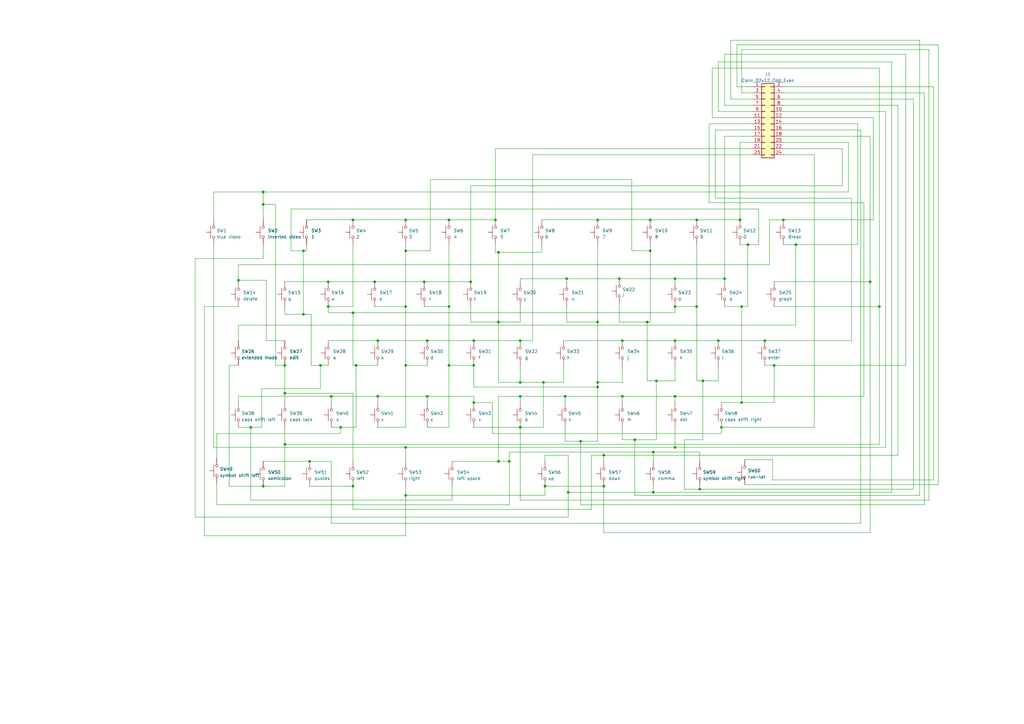
<source format=kicad_sch>
(kicad_sch (version 20230121) (generator eeschema)
  (paper "A3")
  (lib_symbols
    (symbol "Connector_Generic:Conn_02x12_Odd_Even" (pin_names (offset 1.016) hide)
      (property "Reference" "J" (at 1.27 15.24 0))
      (property "Value" "Conn_02x12_Odd_Even" (at 1.27 -17.78 0))
      (symbol "Conn_02x12_Odd_Even_1_1"
        (rectangle (start -1.27 -15.113) (end 0 -15.367) (stroke (width 0.1524)))
        (rectangle (start -1.27 -12.573) (end 0 -12.827) (stroke (width 0.1524)))
        (rectangle (start -1.27 -10.033) (end 0 -10.287) (stroke (width 0.1524)))
        (rectangle (start -1.27 -7.493) (end 0 -7.747) (stroke (width 0.1524)))
        (rectangle (start -1.27 -4.953) (end 0 -5.207) (stroke (width 0.1524)))
        (rectangle (start -1.27 -2.413) (end 0 -2.667) (stroke (width 0.1524)))
        (rectangle (start -1.27 0.127) (end 0 -0.127) (stroke (width 0.1524)))
        (rectangle (start -1.27 2.667) (end 0 2.413) (stroke (width 0.1524)))
        (rectangle (start -1.27 5.207) (end 0 4.953) (stroke (width 0.1524)))
        (rectangle (start -1.27 7.747) (end 0 7.493) (stroke (width 0.1524)))
        (rectangle (start -1.27 10.287) (end 0 10.033) (stroke (width 0.1524)))
        (rectangle (start -1.27 12.827) (end 0 12.573) (stroke (width 0.1524)))
        (rectangle (start -1.27 13.97) (end 3.81 -16.51) (stroke (width 0.254)) (fill (type background)))
        (rectangle (start 3.81 -15.113) (end 2.54 -15.367) (stroke (width 0.1524)))
        (rectangle (start 3.81 -12.573) (end 2.54 -12.827) (stroke (width 0.1524)))
        (rectangle (start 3.81 -10.033) (end 2.54 -10.287) (stroke (width 0.1524)))
        (rectangle (start 3.81 -7.493) (end 2.54 -7.747) (stroke (width 0.1524)))
        (rectangle (start 3.81 -4.953) (end 2.54 -5.207) (stroke (width 0.1524)))
        (rectangle (start 3.81 -2.413) (end 2.54 -2.667) (stroke (width 0.1524)))
        (rectangle (start 3.81 0.127) (end 2.54 -0.127) (stroke (width 0.1524)))
        (rectangle (start 3.81 2.667) (end 2.54 2.413) (stroke (width 0.1524)))
        (rectangle (start 3.81 5.207) (end 2.54 4.953) (stroke (width 0.1524)))
        (rectangle (start 3.81 7.747) (end 2.54 7.493) (stroke (width 0.1524)))
        (rectangle (start 3.81 10.287) (end 2.54 10.033) (stroke (width 0.1524)))
        (rectangle (start 3.81 12.827) (end 2.54 12.573) (stroke (width 0.1524)))
        (pin passive line (at -5.08 12.7 0) (length 3.81) (name "Pin_1") (number "1"))
        (pin passive line (at 7.62 2.54 180) (length 3.81) (name "Pin_10") (number "10"))
        (pin passive line (at -5.08 0 0) (length 3.81) (name "Pin_11") (number "11"))
        (pin passive line (at 7.62 0 180) (length 3.81) (name "Pin_12") (number "12"))
        (pin passive line (at -5.08 -2.54 0) (length 3.81) (name "Pin_13") (number "13"))
        (pin passive line (at 7.62 -2.54 180) (length 3.81) (name "Pin_14") (number "14"))
        (pin passive line (at -5.08 -5.08 0) (length 3.81) (name "Pin_15") (number "15"))
        (pin passive line (at 7.62 -5.08 180) (length 3.81) (name "Pin_16") (number "16"))
        (pin passive line (at -5.08 -7.62 0) (length 3.81) (name "Pin_17") (number "17"))
        (pin passive line (at 7.62 -7.62 180) (length 3.81) (name "Pin_18") (number "18"))
        (pin passive line (at -5.08 -10.16 0) (length 3.81) (name "Pin_19") (number "19"))
        (pin passive line (at 7.62 12.7 180) (length 3.81) (name "Pin_2") (number "2"))
        (pin passive line (at 7.62 -10.16 180) (length 3.81) (name "Pin_20") (number "20"))
        (pin passive line (at -5.08 -12.7 0) (length 3.81) (name "Pin_21") (number "21"))
        (pin passive line (at 7.62 -12.7 180) (length 3.81) (name "Pin_22") (number "22"))
        (pin passive line (at -5.08 -15.24 0) (length 3.81) (name "Pin_23") (number "23"))
        (pin passive line (at 7.62 -15.24 180) (length 3.81) (name "Pin_24") (number "24"))
        (pin passive line (at -5.08 10.16 0) (length 3.81) (name "Pin_3") (number "3"))
        (pin passive line (at 7.62 10.16 180) (length 3.81) (name "Pin_4") (number "4"))
        (pin passive line (at -5.08 7.62 0) (length 3.81) (name "Pin_5") (number "5"))
        (pin passive line (at 7.62 7.62 180) (length 3.81) (name "Pin_6") (number "6"))
        (pin passive line (at -5.08 5.08 0) (length 3.81) (name "Pin_7") (number "7"))
        (pin passive line (at 7.62 5.08 180) (length 3.81) (name "Pin_8") (number "8"))
        (pin passive line (at -5.08 2.54 0) (length 3.81) (name "Pin_9") (number "9"))
      )
    )
    (symbol "Switch:SW_Push" (pin_numbers hide) (pin_names (offset 1.016) hide)
      (property "Reference" "SW" (at 1.27 2.54 0))
      (property "Value" "SW_Push" (at 0 -1.524 0))
      (symbol "SW_Push_0_1"
        (circle (center -2.032 0) (radius 0.508))
        (polyline (pts (xy 0 1.27) (xy 0 3.048)))
        (polyline (pts (xy 2.54 1.27) (xy -2.54 1.27)))
        (circle (center 2.032 0) (radius 0.508))
        (pin passive line (at -5.08 0 0) (length 2.54) (name "1") (number "1"))
        (pin passive line (at 5.08 0 180) (length 2.54) (name "2") (number "2"))
      )
    )
  )
  (junction (at 175.26 162.56))
  (junction (at 285.75 125.73))
  (junction (at 276.86 114.3))
  (junction (at 260.35 180.34))
  (junction (at 153.67 115.57))
  (junction (at 124.46 128.905))
  (junction (at 166.37 183.515))
  (junction (at 203.2 90.17))
  (junction (at 267.97 201.93))
  (junction (at 146.05 149.86))
  (junction (at 204.47 103.505))
  (junction (at 276.86 183.515))
  (junction (at 245.11 158.75))
  (junction (at 255.27 162.56))
  (junction (at 134.62 115.57))
  (junction (at 213.36 162.56))
  (junction (at 173.99 115.57))
  (junction (at 288.29 156.21))
  (junction (at 306.705 100.33))
  (junction (at 184.15 149.86))
  (junction (at 204.47 132.08))
  (junction (at 269.24 156.21))
  (junction (at 304.165 125.73))
  (junction (at 204.47 189.23))
  (junction (at 184.15 125.73))
  (junction (at 127 189.23))
  (junction (at 360.68 125.73))
  (junction (at 245.11 156.845))
  (junction (at 116.84 149.86))
  (junction (at 222.885 156.845))
  (junction (at 276.86 139.7))
  (junction (at 321.31 90.17))
  (junction (at 194.31 139.7))
  (junction (at 166.37 149.86))
  (junction (at 166.37 90.17))
  (junction (at 247.65 186.69))
  (junction (at 317.5 149.86))
  (junction (at 213.36 139.7))
  (junction (at 233.045 201.93))
  (junction (at 175.26 139.7))
  (junction (at 208.915 189.23))
  (junction (at 166.37 102.87))
  (junction (at 295.91 175.26))
  (junction (at 303.53 90.17))
  (junction (at 255.27 139.7))
  (junction (at 231.775 162.56))
  (junction (at 213.36 175.26))
  (junction (at 245.11 132.08))
  (junction (at 102.87 175.26))
  (junction (at 107.95 83.82))
  (junction (at 276.86 162.56))
  (junction (at 131.445 149.86))
  (junction (at 313.69 139.7))
  (junction (at 144.78 128.27))
  (junction (at 304.165 165.1))
  (junction (at 297.18 114.3))
  (junction (at 238.125 180.975))
  (junction (at 116.84 182.245))
  (junction (at 267.97 185.42))
  (junction (at 97.79 114.935))
  (junction (at 287.02 200.66))
  (junction (at 265.43 132.08))
  (junction (at 194.31 165.1))
  (junction (at 232.41 114.3))
  (junction (at 107.95 199.39))
  (junction (at 144.78 90.17))
  (junction (at 254 114.3))
  (junction (at 276.86 125.73))
  (junction (at 154.94 162.56))
  (junction (at 166.37 203.2))
  (junction (at 194.31 149.86))
  (junction (at 107.95 78.74))
  (junction (at 135.89 162.56))
  (junction (at 193.04 115.57))
  (junction (at 223.52 199.39))
  (junction (at 166.37 125.73))
  (junction (at 245.11 90.17))
  (junction (at 326.39 100.33))
  (junction (at 124.46 102.87))
  (junction (at 144.78 199.39))
  (junction (at 294.64 139.7))
  (junction (at 184.15 90.17))
  (junction (at 285.75 90.17))
  (junction (at 154.94 139.7))
  (junction (at 266.7 90.17))
  (junction (at 247.65 199.39))
  (junction (at 134.62 125.73))
  (junction (at 139.7 175.26))
  (junction (at 116.84 161.29))
  (junction (at 266.7 102.87))
  (junction (at 356.87 115.57))
  (junction (at 213.36 156.845))
  (wire (pts (xy 109.22 139.7) (xy 109.22 114.935)))
  (wire (pts (xy 374.65 40.64) (xy 374.65 200.66)))
  (wire (pts (xy 356.87 218.44) (xy 247.65 218.44)))
  (wire (pts (xy 113.03 83.82) (xy 113.03 149.86)))
  (wire (pts (xy 154.94 139.7) (xy 175.26 139.7)))
  (wire (pts (xy 134.62 139.7) (xy 154.94 139.7)))
  (wire (pts (xy 127.635 128.905) (xy 127.635 149.86)))
  (wire (pts (xy 360.68 125.73) (xy 317.5 125.73)))
  (wire (pts (xy 194.31 162.56) (xy 194.31 165.1)))
  (wire (pts (xy 208.915 185.42) (xy 267.97 185.42)))
  (wire (pts (xy 154.94 149.86) (xy 146.05 149.86)))
  (wire (pts (xy 381 205.105) (xy 213.36 205.105)))
  (wire (pts (xy 351.79 100.33) (xy 326.39 100.33)))
  (wire (pts (xy 139.7 175.26) (xy 146.05 175.26)))
  (wire (pts (xy 334.01 63.5) (xy 334.01 175.26)))
  (wire (pts (xy 379.095 38.1) (xy 379.095 207.01)))
  (wire (pts (xy 166.37 149.86) (xy 166.37 125.73)))
  (wire (pts (xy 297.18 55.88) (xy 297.18 114.3)))
  (wire (pts (xy 382.905 196.85) (xy 382.905 35.56)))
  (wire (pts (xy 135.89 162.56) (xy 135.89 165.1)))
  (wire (pts (xy 173.99 115.57) (xy 193.04 115.57)))
  (wire (pts (xy 88.9 198.12) (xy 88.9 207.01)))
  (wire (pts (xy 326.39 133.35) (xy 97.79 133.35)))
  (wire (pts (xy 260.35 203.2) (xy 260.35 180.34)))
  (wire (pts (xy 295.91 175.26) (xy 295.91 177.8)))
  (wire (pts (xy 334.01 175.26) (xy 295.91 175.26)))
  (wire (pts (xy 107.95 83.82) (xy 107.95 90.17)))
  (wire (pts (xy 166.37 203.2) (xy 223.52 203.2)))
  (wire (pts (xy 97.79 114.935) (xy 97.79 115.57)))
  (wire (pts (xy 384.81 18.415) (xy 384.81 198.755)))
  (wire (pts (xy 287.02 185.42) (xy 287.02 189.23)))
  (wire (pts (xy 166.37 219.71) (xy 166.37 203.2)))
  (wire (pts (xy 255.27 139.7) (xy 276.86 139.7)))
  (wire (pts (xy 184.15 100.33) (xy 184.15 125.73)))
  (wire (pts (xy 119.38 102.87) (xy 124.46 102.87)))
  (wire (pts (xy 247.65 186.69) (xy 247.65 189.23)))
  (wire (pts (xy 201.93 165.1) (xy 194.31 165.1)))
  (wire (pts (xy 116.84 128.905) (xy 124.46 128.905)))
  (wire (pts (xy 308.61 35.56) (xy 302.26 35.56)))
  (wire (pts (xy 193.04 76.2) (xy 193.04 115.57)))
  (wire (pts (xy 308.61 48.26) (xy 292.1 48.26)))
  (wire (pts (xy 294.64 45.72) (xy 294.64 25.4)))
  (wire (pts (xy 316.865 196.85) (xy 382.905 196.85)))
  (wire (pts (xy 315.595 90.17) (xy 315.595 108.585)))
  (wire (pts (xy 358.14 48.26) (xy 358.14 90.17)))
  (wire (pts (xy 222.25 90.17) (xy 245.11 90.17)))
  (wire (pts (xy 144.78 90.17) (xy 166.37 90.17)))
  (wire (pts (xy 345.44 60.96) (xy 321.31 60.96)))
  (wire (pts (xy 321.31 55.88) (xy 356.87 55.88)))
  (wire (pts (xy 231.14 139.7) (xy 255.27 139.7)))
  (wire (pts (xy 113.03 149.86) (xy 116.84 149.86)))
  (wire (pts (xy 321.31 50.8) (xy 351.79 50.8)))
  (wire (pts (xy 232.41 114.3) (xy 254 114.3)))
  (wire (pts (xy 124.46 128.905) (xy 127.635 128.905)))
  (wire (pts (xy 166.37 100.33) (xy 166.37 102.87)))
  (wire (pts (xy 204.47 162.56) (xy 204.47 189.23)))
  (wire (pts (xy 317.5 165.1) (xy 317.5 149.86)))
  (wire (pts (xy 294.64 149.86) (xy 294.64 156.21)))
  (wire (pts (xy 135.89 175.26) (xy 139.7 175.26)))
  (wire (pts (xy 260.35 180.34) (xy 269.24 180.34)))
  (wire (pts (xy 213.36 175.26) (xy 222.885 175.26)))
  (wire (pts (xy 238.125 180.975) (xy 231.775 180.975)))
  (wire (pts (xy 321.31 90.17) (xy 315.595 90.17)))
  (wire (pts (xy 135.89 214.63) (xy 135.89 189.23)))
  (wire (pts (xy 102.87 175.26) (xy 102.87 205.105)))
  (wire (pts (xy 360.68 182.245) (xy 116.84 182.245)))
  (wire (pts (xy 166.37 102.87) (xy 176.53 102.87)))
  (wire (pts (xy 222.885 156.845) (xy 231.14 156.845)))
  (wire (pts (xy 154.94 162.56) (xy 175.26 162.56)))
  (wire (pts (xy 231.14 156.845) (xy 231.14 149.86)))
  (wire (pts (xy 218.44 63.5) (xy 218.44 139.7)))
  (wire (pts (xy 377.19 16.51) (xy 377.19 203.2)))
  (wire (pts (xy 308.61 53.34) (xy 293.37 53.34)))
  (wire (pts (xy 292.1 27.94) (xy 360.68 27.94)))
  (wire (pts (xy 311.15 85.725) (xy 119.38 85.725)))
  (wire (pts (xy 107.95 199.39) (xy 93.98 199.39)))
  (wire (pts (xy 356.87 115.57) (xy 356.87 218.44)))
  (wire (pts (xy 184.15 90.17) (xy 203.2 90.17)))
  (wire (pts (xy 218.44 139.7) (xy 213.36 139.7)))
  (wire (pts (xy 175.26 162.56) (xy 175.26 165.1)))
  (wire (pts (xy 124.46 102.87) (xy 124.46 128.905)))
  (wire (pts (xy 351.79 50.8) (xy 351.79 100.33)))
  (wire (pts (xy 245.11 180.975) (xy 245.11 158.75)))
  (wire (pts (xy 204.47 132.08) (xy 213.36 132.08)))
  (wire (pts (xy 116.84 161.29) (xy 144.78 161.29)))
  (wire (pts (xy 259.08 73.66) (xy 259.08 102.87)))
  (wire (pts (xy 245.11 156.845) (xy 255.27 156.845)))
  (wire (pts (xy 360.68 27.94) (xy 360.68 125.73)))
  (wire (pts (xy 166.37 125.73) (xy 153.67 125.73)))
  (wire (pts (xy 116.84 149.86) (xy 116.84 161.29)))
  (wire (pts (xy 267.97 201.93) (xy 267.97 199.39)))
  (wire (pts (xy 297.18 22.225) (xy 371.475 22.225)))
  (wire (pts (xy 254 114.3) (xy 276.86 114.3)))
  (wire (pts (xy 166.37 199.39) (xy 166.37 203.2)))
  (wire (pts (xy 379.095 207.01) (xy 238.125 207.01)))
  (wire (pts (xy 285.75 90.17) (xy 303.53 90.17)))
  (wire (pts (xy 245.11 90.17) (xy 266.7 90.17)))
  (wire (pts (xy 326.39 100.33) (xy 326.39 133.35)))
  (wire (pts (xy 276.86 114.3) (xy 297.18 114.3)))
  (wire (pts (xy 363.22 183.515) (xy 276.86 183.515)))
  (wire (pts (xy 321.31 53.34) (xy 353.06 53.34)))
  (wire (pts (xy 245.11 158.75) (xy 194.31 158.75)))
  (wire (pts (xy 204.47 103.505) (xy 222.25 103.505)))
  (wire (pts (xy 315.595 108.585) (xy 97.79 108.585)))
  (wire (pts (xy 321.31 40.64) (xy 374.65 40.64)))
  (wire (pts (xy 382.905 35.56) (xy 321.31 35.56)))
  (wire (pts (xy 127.635 149.86) (xy 131.445 149.86)))
  (wire (pts (xy 124.46 102.87) (xy 125.73 102.87)))
  (wire (pts (xy 280.67 200.66) (xy 280.67 180.34)))
  (wire (pts (xy 203.2 103.505) (xy 203.2 100.33)))
  (wire (pts (xy 166.37 183.515) (xy 87.63 183.515)))
  (wire (pts (xy 184.15 175.26) (xy 184.15 149.86)))
  (wire (pts (xy 107.95 83.82) (xy 113.03 83.82)))
  (wire (pts (xy 144.78 100.33) (xy 144.78 125.73)))
  (wire (pts (xy 295.91 165.1) (xy 304.165 165.1)))
  (wire (pts (xy 304.165 20.32) (xy 381 20.32)))
  (wire (pts (xy 83.82 125.73) (xy 83.82 219.71)))
  (wire (pts (xy 166.37 90.17) (xy 184.15 90.17)))
  (wire (pts (xy 223.52 186.69) (xy 233.045 186.69)))
  (wire (pts (xy 87.63 78.74) (xy 87.63 90.17)))
  (wire (pts (xy 134.62 115.57) (xy 153.67 115.57)))
  (wire (pts (xy 213.36 162.56) (xy 204.47 162.56)))
  (wire (pts (xy 358.14 90.17) (xy 321.31 90.17)))
  (wire (pts (xy 242.57 208.915) (xy 144.78 208.915)))
  (wire (pts (xy 371.475 22.225) (xy 371.475 149.86)))
  (wire (pts (xy 109.22 114.935) (xy 97.79 114.935)))
  (wire (pts (xy 316.865 188.595) (xy 316.865 196.85)))
  (wire (pts (xy 276.86 156.21) (xy 276.86 149.86)))
  (wire (pts (xy 276.86 125.73) (xy 276.86 128.27)))
  (wire (pts (xy 107.95 78.74) (xy 87.63 78.74)))
  (wire (pts (xy 232.41 115.57) (xy 232.41 114.3)))
  (wire (pts (xy 266.7 100.33) (xy 266.7 102.87)))
  (wire (pts (xy 173.99 115.57) (xy 153.67 115.57)))
  (wire (pts (xy 204.47 103.505) (xy 204.47 132.08)))
  (wire (pts (xy 345.44 60.96) (xy 345.44 76.2)))
  (wire (pts (xy 88.9 177.8) (xy 88.9 187.96)))
  (wire (pts (xy 276.86 162.56) (xy 276.86 165.1)))
  (wire (pts (xy 266.7 90.17) (xy 285.75 90.17)))
  (wire (pts (xy 374.65 200.66) (xy 287.02 200.66)))
  (wire (pts (xy 365.76 201.93) (xy 267.97 201.93)))
  (wire (pts (xy 154.94 175.26) (xy 166.37 175.26)))
  (wire (pts (xy 125.73 102.87) (xy 125.73 100.33)))
  (wire (pts (xy 311.15 100.33) (xy 311.15 85.725)))
  (wire (pts (xy 308.61 38.1) (xy 304.165 38.1)))
  (wire (pts (xy 267.97 185.42) (xy 267.97 189.23)))
  (wire (pts (xy 185.42 205.105) (xy 185.42 199.39)))
  (wire (pts (xy 288.29 180.34) (xy 288.29 156.21)))
  (wire (pts (xy 356.87 55.88) (xy 356.87 115.57)))
  (wire (pts (xy 107.315 159.385) (xy 131.445 159.385)))
  (wire (pts (xy 269.24 156.21) (xy 276.86 156.21)))
  (wire (pts (xy 303.53 100.33) (xy 306.705 100.33)))
  (wire (pts (xy 97.79 165.1) (xy 97.79 162.56)))
  (wire (pts (xy 356.87 115.57) (xy 317.5 115.57)))
  (wire (pts (xy 321.31 58.42) (xy 347.98 58.42)))
  (wire (pts (xy 175.26 162.56) (xy 194.31 162.56)))
  (wire (pts (xy 208.915 189.23) (xy 208.915 185.42)))
  (wire (pts (xy 321.31 63.5) (xy 334.01 63.5)))
  (wire (pts (xy 304.165 165.1) (xy 317.5 165.1)))
  (wire (pts (xy 276.86 125.73) (xy 285.75 125.73)))
  (wire (pts (xy 144.78 161.29) (xy 144.78 189.23)))
  (wire (pts (xy 204.47 132.08) (xy 193.04 132.08)))
  (wire (pts (xy 306.705 125.73) (xy 304.165 125.73)))
  (wire (pts (xy 321.31 38.1) (xy 379.095 38.1)))
  (wire (pts (xy 306.705 100.33) (xy 311.15 100.33)))
  (wire (pts (xy 245.11 156.845) (xy 245.11 132.08)))
  (wire (pts (xy 233.045 201.93) (xy 267.97 201.93)))
  (wire (pts (xy 245.11 132.08) (xy 232.41 132.08)))
  (wire (pts (xy 276.86 115.57) (xy 276.86 114.3)))
  (wire (pts (xy 213.36 156.845) (xy 204.47 156.845)))
  (wire (pts (xy 360.68 125.73) (xy 360.68 182.245)))
  (wire (pts (xy 290.83 50.8) (xy 290.83 83.185)))
  (wire (pts (xy 371.475 149.86) (xy 317.5 149.86)))
  (wire (pts (xy 166.37 183.515) (xy 166.37 189.23)))
  (wire (pts (xy 299.72 16.51) (xy 377.19 16.51)))
  (wire (pts (xy 265.43 132.08) (xy 265.43 156.21)))
  (wire (pts (xy 294.64 25.4) (xy 365.76 25.4)))
  (wire (pts (xy 176.53 102.87) (xy 176.53 73.66)))
  (wire (pts (xy 193.04 132.08) (xy 193.04 125.73)))
  (wire (pts (xy 290.83 83.185) (xy 354.33 83.185)))
  (wire (pts (xy 269.24 180.34) (xy 269.24 156.21)))
  (wire (pts (xy 208.915 189.23) (xy 204.47 189.23)))
  (wire (pts (xy 238.125 207.01) (xy 238.125 180.975)))
  (wire (pts (xy 116.84 161.29) (xy 116.84 165.1)))
  (wire (pts (xy 297.18 43.18) (xy 297.18 22.225)))
  (wire (pts (xy 97.79 108.585) (xy 97.79 114.935)))
  (wire (pts (xy 247.65 186.69) (xy 242.57 186.69)))
  (wire (pts (xy 213.36 156.845) (xy 222.885 156.845)))
  (wire (pts (xy 285.75 100.33) (xy 285.75 125.73)))
  (wire (pts (xy 302.26 35.56) (xy 302.26 18.415)))
  (wire (pts (xy 265.43 156.21) (xy 269.24 156.21)))
  (wire (pts (xy 303.53 58.42) (xy 303.53 90.17)))
  (wire (pts (xy 354.33 83.185) (xy 354.33 162.56)))
  (wire (pts (xy 93.98 149.86) (xy 97.79 149.86)))
  (wire (pts (xy 238.125 180.975) (xy 245.11 180.975)))
  (wire (pts (xy 213.36 114.3) (xy 232.41 114.3)))
  (wire (pts (xy 80.01 212.09) (xy 80.01 106.045)))
  (wire (pts (xy 255.27 162.56) (xy 255.27 165.1)))
  (wire (pts (xy 353.06 214.63) (xy 135.89 214.63)))
  (wire (pts (xy 134.62 125.73) (xy 134.62 128.27)))
  (wire (pts (xy 288.29 156.21) (xy 285.75 156.21)))
  (wire (pts (xy 184.15 125.73) (xy 173.99 125.73)))
  (wire (pts (xy 308.61 43.18) (xy 297.18 43.18)))
  (wire (pts (xy 299.72 40.64) (xy 299.72 16.51)))
  (wire (pts (xy 377.19 203.2) (xy 260.35 203.2)))
  (wire (pts (xy 131.445 149.86) (xy 134.62 149.86)))
  (wire (pts (xy 354.33 162.56) (xy 276.86 162.56)))
  (wire (pts (xy 144.78 149.86) (xy 144.78 128.27)))
  (wire (pts (xy 245.11 100.33) (xy 245.11 132.08)))
  (wire (pts (xy 308.61 40.64) (xy 299.72 40.64)))
  (wire (pts (xy 276.86 183.515) (xy 166.37 183.515)))
  (wire (pts (xy 194.31 175.26) (xy 213.36 175.26)))
  (wire (pts (xy 107.315 175.26) (xy 107.315 159.385)))
  (wire (pts (xy 97.79 175.26) (xy 102.87 175.26)))
  (wire (pts (xy 259.08 102.87) (xy 266.7 102.87)))
  (wire (pts (xy 245.11 158.75) (xy 245.11 156.845)))
  (wire (pts (xy 88.9 207.01) (xy 208.915 207.01)))
  (wire (pts (xy 276.86 183.515) (xy 276.86 175.26)))
  (wire (pts (xy 304.165 125.73) (xy 304.165 165.1)))
  (wire (pts (xy 255.27 156.845) (xy 255.27 149.86)))
  (wire (pts (xy 175.26 139.7) (xy 194.31 139.7)))
  (wire (pts (xy 144.78 128.27) (xy 134.62 128.27)))
  (wire (pts (xy 139.7 177.8) (xy 88.9 177.8)))
  (wire (pts (xy 302.26 18.415) (xy 384.81 18.415)))
  (wire (pts (xy 266.7 132.08) (xy 265.43 132.08)))
  (wire (pts (xy 154.94 162.56) (xy 154.94 165.1)))
  (wire (pts (xy 308.61 45.72) (xy 294.64 45.72)))
  (wire (pts (xy 83.82 219.71) (xy 166.37 219.71)))
  (wire (pts (xy 285.75 156.21) (xy 285.75 125.73)))
  (wire (pts (xy 139.7 175.26) (xy 139.7 177.8)))
  (wire (pts (xy 297.18 114.3) (xy 297.18 115.57)))
  (wire (pts (xy 135.89 162.56) (xy 154.94 162.56)))
  (wire (pts (xy 222.25 103.505) (xy 222.25 100.33)))
  (wire (pts (xy 255.27 180.34) (xy 255.27 175.26)))
  (wire (pts (xy 363.22 45.72) (xy 363.22 183.515)))
  (wire (pts (xy 353.06 53.34) (xy 353.06 214.63)))
  (wire (pts (xy 116.84 182.245) (xy 116.84 175.26)))
  (wire (pts (xy 347.98 78.74) (xy 107.95 78.74)))
  (wire (pts (xy 119.38 85.725) (xy 119.38 102.87)))
  (wire (pts (xy 293.37 53.34) (xy 293.37 81.28)))
  (wire (pts (xy 144.78 199.39) (xy 144.78 208.915)))
  (wire (pts (xy 135.89 189.23) (xy 127 189.23)))
  (wire (pts (xy 116.84 182.245) (xy 116.84 199.39)))
  (wire (pts (xy 308.61 50.8) (xy 290.83 50.8)))
  (wire (pts (xy 97.79 133.35) (xy 97.79 139.7)))
  (wire (pts (xy 276.86 139.7) (xy 294.64 139.7)))
  (wire (pts (xy 213.36 115.57) (xy 213.36 114.3)))
  (wire (pts (xy 204.47 103.505) (xy 203.2 103.505)))
  (wire (pts (xy 97.79 162.56) (xy 135.89 162.56)))
  (wire (pts (xy 231.775 180.975) (xy 231.775 175.26)))
  (wire (pts (xy 213.36 165.1) (xy 213.36 162.56)))
  (wire (pts (xy 97.79 125.73) (xy 83.82 125.73)))
  (wire (pts (xy 349.25 139.7) (xy 313.69 139.7)))
  (wire (pts (xy 176.53 73.66) (xy 259.08 73.66)))
  (wire (pts (xy 232.41 132.08) (xy 232.41 125.73)))
  (wire (pts (xy 102.87 205.105) (xy 185.42 205.105)))
  (wire (pts (xy 194.31 139.7) (xy 213.36 139.7)))
  (wire (pts (xy 254 124.46) (xy 254 132.08)))
  (wire (pts (xy 204.47 156.845) (xy 204.47 132.08)))
  (wire (pts (xy 287.02 199.39) (xy 287.02 200.66)))
  (wire (pts (xy 288.29 156.21) (xy 294.64 156.21)))
  (wire (pts (xy 347.98 58.42) (xy 347.98 78.74)))
  (wire (pts (xy 127 199.39) (xy 144.78 199.39)))
  (wire (pts (xy 107.95 78.74) (xy 107.95 83.82)))
  (wire (pts (xy 313.69 149.86) (xy 317.5 149.86)))
  (wire (pts (xy 116.84 139.7) (xy 109.22 139.7)))
  (wire (pts (xy 194.31 158.75) (xy 194.31 149.86)))
  (wire (pts (xy 203.2 60.96) (xy 203.2 90.17)))
  (wire (pts (xy 365.76 25.4) (xy 365.76 201.93)))
  (wire (pts (xy 80.01 106.045) (xy 107.95 106.045)))
  (wire (pts (xy 321.31 45.72) (xy 363.22 45.72)))
  (wire (pts (xy 144.78 125.73) (xy 134.62 125.73)))
  (wire (pts (xy 297.18 125.73) (xy 304.165 125.73)))
  (wire (pts (xy 308.61 63.5) (xy 218.44 63.5)))
  (wire (pts (xy 381 20.32) (xy 381 205.105)))
  (wire (pts (xy 107.95 100.33) (xy 107.95 106.045)))
  (wire (pts (xy 222.885 175.26) (xy 222.885 156.845)))
  (wire (pts (xy 231.775 162.56) (xy 255.27 162.56)))
  (wire (pts (xy 293.37 81.28) (xy 349.25 81.28)))
  (wire (pts (xy 166.37 175.26) (xy 166.37 149.86)))
  (wire (pts (xy 87.63 183.515) (xy 87.63 100.33)))
  (wire (pts (xy 254 132.08) (xy 265.43 132.08)))
  (wire (pts (xy 146.05 149.86) (xy 144.78 149.86)))
  (wire (pts (xy 213.36 132.08) (xy 213.36 125.73)))
  (wire (pts (xy 308.61 55.88) (xy 297.18 55.88)))
  (wire (pts (xy 208.915 207.01) (xy 208.915 189.23)))
  (wire (pts (xy 116.84 125.73) (xy 116.84 128.905)))
  (wire (pts (xy 308.61 58.42) (xy 303.53 58.42)))
  (wire (pts (xy 233.045 201.93) (xy 233.045 212.09)))
  (wire (pts (xy 368.3 186.69) (xy 247.65 186.69)))
  (wire (pts (xy 345.44 76.2) (xy 193.04 76.2)))
  (wire (pts (xy 233.045 186.69) (xy 233.045 201.93)))
  (wire (pts (xy 107.95 199.39) (xy 116.84 199.39)))
  (wire (pts (xy 175.26 149.86) (xy 166.37 149.86)))
  (wire (pts (xy 93.98 199.39) (xy 93.98 149.86)))
  (wire (pts (xy 146.05 175.26) (xy 146.05 149.86)))
  (wire (pts (xy 308.61 60.96) (xy 203.2 60.96)))
  (wire (pts (xy 292.1 48.26) (xy 292.1 27.94)))
  (wire (pts (xy 321.31 48.26) (xy 358.14 48.26)))
  (wire (pts (xy 260.35 180.34) (xy 255.27 180.34)))
  (wire (pts (xy 185.42 189.23) (xy 204.47 189.23)))
  (wire (pts (xy 223.52 203.2) (xy 223.52 199.39)))
  (wire (pts (xy 313.69 139.7) (xy 294.64 139.7)))
  (wire (pts (xy 326.39 100.33) (xy 321.31 100.33)))
  (wire (pts (xy 213.36 175.26) (xy 213.36 205.105)))
  (wire (pts (xy 349.25 81.28) (xy 349.25 139.7)))
  (wire (pts (xy 223.52 199.39) (xy 247.65 199.39)))
  (wire (pts (xy 201.93 177.8) (xy 201.93 165.1)))
  (wire (pts (xy 267.97 185.42) (xy 287.02 185.42)))
  (wire (pts (xy 102.87 175.26) (xy 107.315 175.26)))
  (wire (pts (xy 305.435 188.595) (xy 316.865 188.595)))
  (wire (pts (xy 131.445 159.385) (xy 131.445 149.86)))
  (wire (pts (xy 295.91 177.8) (xy 201.93 177.8)))
  (wire (pts (xy 175.26 175.26) (xy 184.15 175.26)))
  (wire (pts (xy 247.65 218.44) (xy 247.65 199.39)))
  (wire (pts (xy 213.36 162.56) (xy 231.775 162.56)))
  (wire (pts (xy 266.7 102.87) (xy 266.7 132.08)))
  (wire (pts (xy 287.02 200.66) (xy 280.67 200.66)))
  (wire (pts (xy 116.84 115.57) (xy 134.62 115.57)))
  (wire (pts (xy 304.165 38.1) (xy 304.165 20.32)))
  (wire (pts (xy 166.37 102.87) (xy 166.37 125.73)))
  (wire (pts (xy 276.86 162.56) (xy 255.27 162.56)))
  (wire (pts (xy 368.3 43.18) (xy 368.3 186.69)))
  (wire (pts (xy 280.67 180.34) (xy 288.29 180.34)))
  (wire (pts (xy 321.31 43.18) (xy 368.3 43.18)))
  (wire (pts (xy 184.15 149.86) (xy 194.31 149.86)))
  (wire (pts (xy 305.435 198.755) (xy 384.81 198.755)))
  (wire (pts (xy 223.52 189.23) (xy 223.52 186.69)))
  (wire (pts (xy 306.705 100.33) (xy 306.705 125.73)))
  (wire (pts (xy 276.86 128.27) (xy 144.78 128.27)))
  (wire (pts (xy 213.36 149.86) (xy 213.36 156.845)))
  (wire (pts (xy 242.57 186.69) (xy 242.57 208.915)))
  (wire (pts (xy 233.045 212.09) (xy 80.01 212.09)))
  (wire (pts (xy 125.73 90.17) (xy 144.78 90.17)))
  (wire (pts (xy 231.775 165.1) (xy 231.775 162.56)))
  (wire (pts (xy 107.95 189.23) (xy 127 189.23)))
  (wire (pts (xy 184.15 125.73) (xy 184.15 149.86)))
  (symbol (lib_id "Switch:SW_Push") (at 194.31 144.78 90) (unit 1)
    (property "Reference" "SW31" (at 196.215 144.145 90) (effects (justify right)))
    (property "Value" "f" (at 196.215 146.685 90) (effects (justify right)))
    (property "Footprint" "Button_Switch_Keyboard:SW_Cherry_MX_1.00u_PCB" (effects hide))
  )
  (symbol (lib_id "Switch:SW_Push") (at 134.62 144.78 90) (unit 1)
    (property "Reference" "SW28" (at 136.525 144.145 90) (effects (justify right)))
    (property "Value" "a" (at 136.525 146.685 90) (effects (justify right)))
    (property "Footprint" "Button_Switch_Keyboard:SW_Cherry_MX_1.00u_PCB" (effects hide))
  )
  (symbol (lib_id "Switch:SW_Push") (at 247.65 194.31 90) (unit 1)
    (property "Reference" "SW57" (at 249.555 193.675 90) (effects (justify right)))
    (property "Value" "down" (at 249.555 196.215 90) (effects (justify right)))
    (property "Footprint" "Button_Switch_Keyboard:SW_Cherry_MX_1.00u_PCB" (effects hide))
  )
  (symbol (lib_id "Switch:SW_Push") (at 276.86 170.18 90) (unit 1)
    (property "Reference" "SW47" (at 278.765 169.545 90) (effects (justify right)))
    (property "Value" "dot" (at 278.765 172.085 90) (effects (justify right)))
    (property "Footprint" "Button_Switch_Keyboard:SW_Cherry_MX_1.00u_PCB" (effects hide))
  )
  (symbol (lib_id "Switch:SW_Push") (at 267.97 194.31 90) (unit 1)
    (property "Reference" "SW58" (at 269.875 193.675 90) (effects (justify right)))
    (property "Value" "comma" (at 269.875 196.215 90) (effects (justify right)))
    (property "Footprint" "Button_Switch_Keyboard:SW_Cherry_MX_1.00u_PCB" (effects hide))
  )
  (symbol (lib_id "Switch:SW_Push") (at 116.84 120.65 90) (unit 1)
    (property "Reference" "SW15" (at 118.11 120.015 90) (effects (justify right)))
    (property "Value" "q" (at 118.11 122.555 90) (effects (justify right)))
    (property "Footprint" "Button_Switch_Keyboard:SW_Cherry_MX_1.00u_PCB" (effects hide))
  )
  (symbol (lib_id "Switch:SW_Push") (at 173.99 120.65 90) (unit 1)
    (property "Reference" "SW18" (at 175.895 120.015 90) (effects (justify right)))
    (property "Value" "r" (at 175.895 122.555 90) (effects (justify right)))
    (property "Footprint" "Button_Switch_Keyboard:SW_Cherry_MX_1.00u_PCB" (effects hide))
  )
  (symbol (lib_id "Switch:SW_Push") (at 305.435 193.675 90) (unit 1)
    (property "Reference" "SW60" (at 306.705 193.04 90) (effects (justify right)))
    (property "Value" "rus-lat" (at 306.705 195.58 90) (effects (justify right)))
    (property "Footprint" "Button_Switch_Keyboard:SW_Cherry_MX_1.25u_PCB" (effects hide))
  )
  (symbol (lib_id "Switch:SW_Push") (at 276.86 144.78 90) (unit 1)
    (property "Reference" "SW35" (at 278.765 144.145 90) (effects (justify right)))
    (property "Value" "k" (at 278.765 146.685 90) (effects (justify right)))
    (property "Footprint" "Button_Switch_Keyboard:SW_Cherry_MX_1.00u_PCB" (effects hide))
  )
  (symbol (lib_id "Switch:SW_Push") (at 135.89 170.18 90) (unit 1)
    (property "Reference" "SW40" (at 137.795 169.545 90) (effects (justify right)))
    (property "Value" "z" (at 137.795 172.085 90) (effects (justify right)))
    (property "Footprint" "Button_Switch_Keyboard:SW_Cherry_MX_1.00u_PCB" (effects hide))
  )
  (symbol (lib_id "Switch:SW_Push") (at 213.36 144.78 90) (unit 1)
    (property "Reference" "SW32" (at 215.265 144.145 90) (effects (justify right)))
    (property "Value" "g" (at 215.265 146.685 90) (effects (justify right)))
    (property "Footprint" "Button_Switch_Keyboard:SW_Cherry_MX_1.00u_PCB" (effects hide))
  )
  (symbol (lib_id "Switch:SW_Push") (at 87.63 95.25 90) (unit 1)
    (property "Reference" "SW1" (at 88.9 94.615 90) (effects (justify right)))
    (property "Value" "true video" (at 88.9 97.155 90) (effects (justify right)))
    (property "Footprint" "Button_Switch_Keyboard:SW_Cherry_MX_1.50u_PCB" (effects hide))
  )
  (symbol (lib_id "Switch:SW_Push") (at 97.79 170.18 90) (unit 1)
    (property "Reference" "SW38" (at 99.06 169.545 90) (effects (justify right)))
    (property "Value" "caps shift left" (at 99.06 172.085 90) (effects (justify right)))
    (property "Footprint" "Button_Switch_Keyboard:SW_Cherry_MX_1.50u_PCB" (effects hide))
  )
  (symbol (lib_id "Switch:SW_Push") (at 97.79 120.65 90) (unit 1)
    (property "Reference" "SW14" (at 99.695 120.015 90) (effects (justify right)))
    (property "Value" "delete" (at 99.695 122.555 90) (effects (justify right)))
    (property "Footprint" "Button_Switch_Keyboard:SW_Cherry_MX_2.25u_PCB" (effects hide))
  )
  (symbol (lib_id "Switch:SW_Push") (at 255.27 170.18 90) (unit 1)
    (property "Reference" "SW46" (at 257.175 169.545 90) (effects (justify right)))
    (property "Value" "m" (at 257.175 172.085 90) (effects (justify right)))
    (property "Footprint" "Button_Switch_Keyboard:SW_Cherry_MX_1.00u_PCB" (effects hide))
  )
  (symbol (lib_id "Switch:SW_Push") (at 193.04 120.65 90) (unit 1)
    (property "Reference" "SW19" (at 194.31 120.015 90) (effects (justify right)))
    (property "Value" "t" (at 194.31 122.555 90) (effects (justify right)))
    (property "Footprint" "Button_Switch_Keyboard:SW_Cherry_MX_1.00u_PCB" (effects hide))
  )
  (symbol (lib_id "Switch:SW_Push") (at 144.78 194.31 90) (unit 1)
    (property "Reference" "SW52" (at 146.05 193.675 90) (effects (justify right)))
    (property "Value" "left" (at 146.05 196.215 90) (effects (justify right)))
    (property "Footprint" "Button_Switch_Keyboard:SW_Cherry_MX_1.00u_PCB" (effects hide))
  )
  (symbol (lib_id "Switch:SW_Push") (at 185.42 194.31 90) (unit 1)
    (property "Reference" "SW54" (at 187.325 193.675 90) (effects (justify right)))
    (property "Value" "left space" (at 187.325 196.215 90) (effects (justify right)))
    (property "Footprint" "Button_Switch_Keyboard:SW_Cherry_MX_6.25u_PCB" (effects hide))
  )
  (symbol (lib_id "Switch:SW_Push") (at 213.36 120.65 90) (unit 1)
    (property "Reference" "SW20" (at 214.63 120.015 90) (effects (justify right)))
    (property "Value" "y" (at 214.63 122.555 90) (effects (justify right)))
    (property "Footprint" "Button_Switch_Keyboard:SW_Cherry_MX_1.00u_PCB" (effects hide))
  )
  (symbol (lib_id "Switch:SW_Push") (at 254 119.38 90) (unit 1)
    (property "Reference" "SW22" (at 255.27 118.745 90) (effects (justify right)))
    (property "Value" "i" (at 255.27 121.285 90) (effects (justify right)))
    (property "Footprint" "Button_Switch_Keyboard:SW_Cherry_MX_1.00u_PCB" (effects hide))
  )
  (symbol (lib_id "Switch:SW_Push") (at 223.52 194.31 90) (unit 1)
    (property "Reference" "SW56" (at 224.79 193.675 90) (effects (justify right)))
    (property "Value" "up" (at 224.79 196.215 90) (effects (justify right)))
    (property "Footprint" "Button_Switch_Keyboard:SW_Cherry_MX_1.00u_PCB" (effects hide))
  )
  (symbol (lib_id "Switch:SW_Push") (at 231.14 144.78 90) (unit 1)
    (property "Reference" "SW33" (at 232.41 144.145 90) (effects (justify right)))
    (property "Value" "h" (at 232.41 146.685 90) (effects (justify right)))
    (property "Footprint" "Button_Switch_Keyboard:SW_Cherry_MX_1.00u_PCB" (effects hide))
  )
  (symbol (lib_id "Switch:SW_Push") (at 116.84 144.78 90) (unit 1)
    (property "Reference" "SW27" (at 118.745 144.145 90) (effects (justify right)))
    (property "Value" "edit" (at 118.745 146.685 90) (effects (justify right)))
    (property "Footprint" "Button_Switch_Keyboard:SW_Cherry_MX_1.50u_PCB" (effects hide))
  )
  (symbol (lib_id "Switch:SW_Push") (at 154.94 144.78 90) (unit 1)
    (property "Reference" "SW29" (at 156.21 144.145 90) (effects (justify right)))
    (property "Value" "s" (at 156.21 146.685 90) (effects (justify right)))
    (property "Footprint" "Button_Switch_Keyboard:SW_Cherry_MX_1.00u_PCB" (effects hide))
  )
  (symbol (lib_id "Switch:SW_Push") (at 313.69 144.78 90) (unit 1)
    (property "Reference" "SW37" (at 314.96 144.145 90) (effects (justify right)))
    (property "Value" "enter" (at 314.96 146.685 90) (effects (justify right)))
    (property "Footprint" "Button_Switch_Keyboard:SW_Cherry_MX_1.50u_PCB" (effects hide))
  )
  (symbol (lib_id "Switch:SW_Push") (at 317.5 120.65 90) (unit 1)
    (property "Reference" "SW25" (at 319.405 120.015 90) (effects (justify right)))
    (property "Value" "graph" (at 319.405 122.555 90) (effects (justify right)))
    (property "Footprint" "Button_Switch_Keyboard:SW_Cherry_MX_2.00u_PCB" (effects hide))
  )
  (symbol (lib_id "Switch:SW_Push") (at 222.25 95.25 90) (unit 1)
    (property "Reference" "SW8" (at 223.52 94.615 90) (effects (justify right)))
    (property "Value" "6" (at 223.52 97.155 90) (effects (justify right)))
    (property "Footprint" "Button_Switch_Keyboard:SW_Cherry_MX_1.00u_PCB" (effects hide))
  )
  (symbol (lib_id "Switch:SW_Push") (at 107.95 194.31 90) (unit 1)
    (property "Reference" "SW50" (at 109.855 193.675 90) (effects (justify right)))
    (property "Value" "semicolon" (at 109.855 196.215 90) (effects (justify right)))
    (property "Footprint" "Button_Switch_Keyboard:SW_Cherry_MX_1.00u_PCB" (effects hide))
  )
  (symbol (lib_id "Switch:SW_Push") (at 166.37 95.25 90) (unit 1)
    (property "Reference" "SW5" (at 167.64 94.615 90) (effects (justify right)))
    (property "Value" "3" (at 167.64 97.155 90) (effects (justify right)))
    (property "Footprint" "Button_Switch_Keyboard:SW_Cherry_MX_1.00u_PCB" (effects hide))
  )
  (symbol (lib_id "Switch:SW_Push") (at 175.26 170.18 90) (unit 1)
    (property "Reference" "SW42" (at 176.53 169.545 90) (effects (justify right)))
    (property "Value" "c" (at 176.53 172.085 90) (effects (justify right)))
    (property "Footprint" "Button_Switch_Keyboard:SW_Cherry_MX_1.00u_PCB" (effects hide))
  )
  (symbol (lib_id "Switch:SW_Push") (at 285.75 95.25 90) (unit 1)
    (property "Reference" "SW11" (at 287.02 94.615 90) (effects (justify right)))
    (property "Value" "9" (at 287.02 97.155 90) (effects (justify right)))
    (property "Footprint" "Button_Switch_Keyboard:SW_Cherry_MX_1.00u_PCB" (effects hide))
  )
  (symbol (lib_id "Switch:SW_Push") (at 276.86 120.65 90) (unit 1)
    (property "Reference" "SW23" (at 278.13 120.015 90) (effects (justify right)))
    (property "Value" "o" (at 278.13 122.555 90) (effects (justify right)))
    (property "Footprint" "Button_Switch_Keyboard:SW_Cherry_MX_1.00u_PCB" (effects hide))
  )
  (symbol (lib_id "Switch:SW_Push") (at 287.02 194.31 90) (unit 1)
    (property "Reference" "SW59" (at 288.29 193.675 90) (effects (justify right)))
    (property "Value" "symbol shift right" (at 288.29 196.215 90) (effects (justify right)))
    (property "Footprint" "Button_Switch_Keyboard:SW_Cherry_MX_1.00u_PCB" (effects hide))
  )
  (symbol (lib_id "Switch:SW_Push") (at 97.79 144.78 90) (unit 1)
    (property "Reference" "SW26" (at 99.06 144.145 90) (effects (justify right)))
    (property "Value" "extended mode" (at 99.06 146.685 90) (effects (justify right)))
    (property "Footprint" "Button_Switch_Keyboard:SW_Cherry_MX_2.00u_PCB" (effects hide))
  )
  (symbol (lib_id "Switch:SW_Push") (at 107.95 95.25 90) (unit 1)
    (property "Reference" "SW2" (at 109.855 94.615 90) (effects (justify right)))
    (property "Value" "inverted video" (at 109.855 97.155 90) (effects (justify right)))
    (property "Footprint" "Button_Switch_Keyboard:SW_Cherry_MX_1.50u_PCB" (effects hide))
  )
  (symbol (lib_id "Switch:SW_Push") (at 134.62 120.65 90) (unit 1)
    (property "Reference" "SW16" (at 135.89 120.015 90) (effects (justify right)))
    (property "Value" "w" (at 135.89 122.555 90) (effects (justify right)))
    (property "Footprint" "Button_Switch_Keyboard:SW_Cherry_MX_1.00u_PCB" (effects hide))
  )
  (symbol (lib_id "Switch:SW_Push") (at 232.41 120.65 90) (unit 1)
    (property "Reference" "SW21" (at 234.315 120.015 90) (effects (justify right)))
    (property "Value" "u" (at 234.315 122.555 90) (effects (justify right)))
    (property "Footprint" "Button_Switch_Keyboard:SW_Cherry_MX_1.00u_PCB" (effects hide))
  )
  (symbol (lib_id "Switch:SW_Push") (at 153.67 120.65 90) (unit 1)
    (property "Reference" "SW17" (at 155.575 120.015 90) (effects (justify right)))
    (property "Value" "e" (at 155.575 122.555 90) (effects (justify right)))
    (property "Footprint" "Button_Switch_Keyboard:SW_Cherry_MX_1.00u_PCB" (effects hide))
  )
  (symbol (lib_id "Switch:SW_Push") (at 194.31 170.18 90) (unit 1)
    (property "Reference" "SW43" (at 196.215 169.545 90) (effects (justify right)))
    (property "Value" "v" (at 196.215 172.085 90) (effects (justify right)))
    (property "Footprint" "Button_Switch_Keyboard:SW_Cherry_MX_1.00u_PCB" (effects hide))
  )
  (symbol (lib_id "Switch:SW_Push") (at 297.18 120.65 90) (unit 1)
    (property "Reference" "SW24" (at 299.085 120.015 90) (effects (justify right)))
    (property "Value" "p" (at 299.085 122.555 90) (effects (justify right)))
    (property "Footprint" "Button_Switch_Keyboard:SW_Cherry_MX_1.00u_PCB" (effects hide))
  )
  (symbol (lib_id "Switch:SW_Push") (at 203.2 95.25 90) (unit 1)
    (property "Reference" "SW7" (at 205.105 94.615 90) (effects (justify right)))
    (property "Value" "5" (at 205.105 97.155 90) (effects (justify right)))
    (property "Footprint" "Button_Switch_Keyboard:SW_Cherry_MX_1.00u_PCB" (effects hide))
  )
  (symbol (lib_id "Switch:SW_Push") (at 125.73 95.25 90) (unit 1)
    (property "Reference" "SW3" (at 127.635 94.615 90) (effects (justify right)))
    (property "Value" "1" (at 127.635 97.155 90) (effects (justify right)))
    (property "Footprint" "Button_Switch_Keyboard:SW_Cherry_MX_1.00u_PCB" (effects hide))
  )
  (symbol (lib_id "Connector_Generic:Conn_02x12_Odd_Even") (at 313.69 48.26 0) (unit 1)
    (property "Reference" "J1" (at 314.96 30.48 0))
    (property "Value" "Conn_02x12_Odd_Even" (at 314.96 33.02 0))
    (property "Footprint" "Connector_IDC:IDC-Header_2x12_P2.54mm_Vertical" (effects hide))
  )
  (symbol (lib_id "Switch:SW_Push") (at 116.84 170.18 90) (unit 1)
    (property "Reference" "SW39" (at 118.745 169.545 90) (effects (justify right)))
    (property "Value" "caps lock" (at 118.745 172.085 90) (effects (justify right)))
    (property "Footprint" "Button_Switch_Keyboard:SW_Cherry_MX_1.00u_PCB" (effects hide))
  )
  (symbol (lib_id "Switch:SW_Push") (at 154.94 170.18 90) (unit 1)
    (property "Reference" "SW41" (at 156.21 169.545 90) (effects (justify right)))
    (property "Value" "x" (at 156.21 172.085 90) (effects (justify right)))
    (property "Footprint" "Button_Switch_Keyboard:SW_Cherry_MX_1.00u_PCB" (effects hide))
  )
  (symbol (lib_id "Switch:SW_Push") (at 175.26 144.78 90) (unit 1)
    (property "Reference" "SW30" (at 176.53 144.145 90) (effects (justify right)))
    (property "Value" "d" (at 176.53 146.685 90) (effects (justify right)))
    (property "Footprint" "Button_Switch_Keyboard:SW_Cherry_MX_1.00u_PCB" (effects hide))
  )
  (symbol (lib_id "Switch:SW_Push") (at 184.15 95.25 90) (unit 1)
    (property "Reference" "SW6" (at 186.055 94.615 90) (effects (justify right)))
    (property "Value" "4" (at 186.055 97.155 90) (effects (justify right)))
    (property "Footprint" "Button_Switch_Keyboard:SW_Cherry_MX_1.00u_PCB" (effects hide))
  )
  (symbol (lib_id "Switch:SW_Push") (at 166.37 194.31 90) (unit 1)
    (property "Reference" "SW53" (at 167.64 193.675 90) (effects (justify right)))
    (property "Value" "right" (at 167.64 196.215 90) (effects (justify right)))
    (property "Footprint" "Button_Switch_Keyboard:SW_Cherry_MX_1.00u_PCB" (effects hide))
  )
  (symbol (lib_id "Switch:SW_Push") (at 231.775 170.18 90) (unit 1)
    (property "Reference" "SW45" (at 233.045 169.545 90) (effects (justify right)))
    (property "Value" "n" (at 233.045 172.085 90) (effects (justify right)))
    (property "Footprint" "Button_Switch_Keyboard:SW_Cherry_MX_1.00u_PCB" (effects hide))
  )
  (symbol (lib_id "Switch:SW_Push") (at 295.91 170.18 90) (unit 1)
    (property "Reference" "SW48" (at 297.18 169.545 90) (effects (justify right)))
    (property "Value" "caps shift right" (at 297.18 172.085 90) (effects (justify right)))
    (property "Footprint" "Button_Switch_Keyboard:SW_Cherry_MX_2.00u_PCB" (effects hide))
  )
  (symbol (lib_id "Switch:SW_Push") (at 245.11 95.25 90) (unit 1)
    (property "Reference" "SW9" (at 247.015 94.615 90) (effects (justify right)))
    (property "Value" "7" (at 247.015 97.155 90) (effects (justify right)))
    (property "Footprint" "Button_Switch_Keyboard:SW_Cherry_MX_1.00u_PCB" (effects hide))
  )
  (symbol (lib_id "Switch:SW_Push") (at 213.36 170.18 90) (unit 1)
    (property "Reference" "SW44" (at 215.265 169.545 90) (effects (justify right)))
    (property "Value" "b" (at 215.265 172.085 90) (effects (justify right)))
    (property "Footprint" "Button_Switch_Keyboard:SW_Cherry_MX_1.00u_PCB" (effects hide))
  )
  (symbol (lib_id "Switch:SW_Push") (at 255.27 144.78 90) (unit 1)
    (property "Reference" "SW34" (at 257.175 144.145 90) (effects (justify right)))
    (property "Value" "j" (at 257.175 146.685 90) (effects (justify right)))
    (property "Footprint" "Button_Switch_Keyboard:SW_Cherry_MX_1.00u_PCB" (effects hide))
  )
  (symbol (lib_id "Switch:SW_Push") (at 88.9 193.04 90) (unit 1)
    (property "Reference" "SW49" (at 90.17 192.405 90) (effects (justify right)))
    (property "Value" "symbol shift left" (at 90.17 194.945 90) (effects (justify right)))
    (property "Footprint" "Button_Switch_Keyboard:SW_Cherry_MX_2.25u_PCB" (effects hide))
  )
  (symbol (lib_id "Switch:SW_Push") (at 303.53 95.25 90) (unit 1)
    (property "Reference" "SW12" (at 304.8 94.615 90) (effects (justify right)))
    (property "Value" "0" (at 304.8 97.155 90) (effects (justify right)))
    (property "Footprint" "Button_Switch_Keyboard:SW_Cherry_MX_1.00u_PCB" (effects hide))
  )
  (symbol (lib_id "Switch:SW_Push") (at 144.78 95.25 90) (unit 1)
    (property "Reference" "SW4" (at 146.05 94.615 90) (effects (justify right)))
    (property "Value" "2" (at 146.05 97.155 90) (effects (justify right)))
    (property "Footprint" "Button_Switch_Keyboard:SW_Cherry_MX_1.00u_PCB" (effects hide))
  )
  (symbol (lib_id "Switch:SW_Push") (at 127 194.31 90) (unit 1)
    (property "Reference" "SW51" (at 128.905 193.675 90) (effects (justify right)))
    (property "Value" "quotes" (at 128.905 196.215 90) (effects (justify right)))
    (property "Footprint" "Button_Switch_Keyboard:SW_Cherry_MX_1.00u_PCB" (effects hide))
  )
  (symbol (lib_id "Switch:SW_Push") (at 266.7 95.25 90) (unit 1)
    (property "Reference" "SW10" (at 268.605 94.615 90) (effects (justify right)))
    (property "Value" "8" (at 268.605 97.155 90) (effects (justify right)))
    (property "Footprint" "Button_Switch_Keyboard:SW_Cherry_MX_1.00u_PCB" (effects hide))
  )
  (symbol (lib_id "Switch:SW_Push") (at 321.31 95.25 90) (unit 1)
    (property "Reference" "SW13" (at 323.215 94.615 90) (effects (justify right)))
    (property "Value" "Break" (at 323.215 97.155 90) (effects (justify right)))
    (property "Footprint" "Button_Switch_Keyboard:SW_Cherry_MX_1.00u_PCB" (effects hide))
  )
  (symbol (lib_id "Switch:SW_Push") (at 294.64 144.78 90) (unit 1)
    (property "Reference" "SW36" (at 295.91 144.145 90) (effects (justify right)))
    (property "Value" "l" (at 295.91 146.685 90) (effects (justify right)))
    (property "Footprint" "Button_Switch_Keyboard:SW_Cherry_MX_1.00u_PCB" (effects hide))
  )
)
</source>
